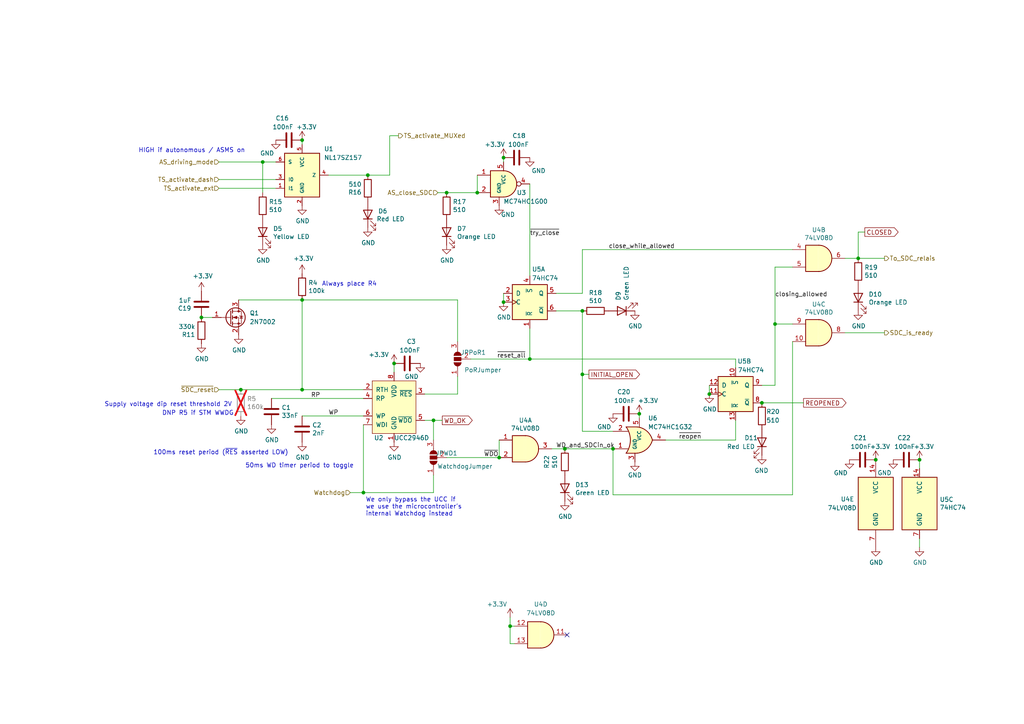
<source format=kicad_sch>
(kicad_sch (version 20230121) (generator eeschema)
  (paper "A4")
  (title_block (title "SDCL - Non-Programmable Logic") (date "2021-12-16") (rev "v1.0") (company "FaSTTUBe - Formula Student Team TU Berlin") (comment 1 "Car 113") (comment 2 "EBS Electronics") (comment 3 "Compliance for rule T 14.5.1 and T 14.5.2") (comment 4 "Hard-Wired logic for SDC relay latching and activation buttons"))
  (lib_symbols
    (symbol "74xx:74HC74" (pin_names (offset 1.016))
      (property "Reference" "U" (at -7.62 8.89 0))
      (property "Value" "74HC74" (at -7.62 -8.89 0))
      (symbol "74HC74_1_0"
        (pin input line (at 0 -7.62 90) (length 2.54) (name "~{R}") (number "1"))
        (pin input line (at -7.62 2.54 0) (length 2.54) (name "D") (number "2"))
        (pin input clock (at -7.62 0 0) (length 2.54) (name "C") (number "3"))
        (pin input line (at 0 7.62 270) (length 2.54) (name "~{S}") (number "4"))
        (pin output line (at 7.62 2.54 180) (length 2.54) (name "Q") (number "5"))
        (pin output line (at 7.62 -2.54 180) (length 2.54) (name "~{Q}") (number "6"))
      )
      (symbol "74HC74_1_1"
        (rectangle (start -5.08 5.08) (end 5.08 -5.08) (stroke (width 0.254)) (fill (type background)))
      )
      (symbol "74HC74_2_0"
        (pin input line (at 0 7.62 270) (length 2.54) (name "~{S}") (number "10"))
        (pin input clock (at -7.62 0 0) (length 2.54) (name "C") (number "11"))
        (pin input line (at -7.62 2.54 0) (length 2.54) (name "D") (number "12"))
        (pin input line (at 0 -7.62 90) (length 2.54) (name "~{R}") (number "13"))
        (pin output line (at 7.62 -2.54 180) (length 2.54) (name "~{Q}") (number "8"))
        (pin output line (at 7.62 2.54 180) (length 2.54) (name "Q") (number "9"))
      )
      (symbol "74HC74_2_1"
        (rectangle (start -5.08 5.08) (end 5.08 -5.08) (stroke (width 0.254)) (fill (type background)))
      )
      (symbol "74HC74_3_0"
        (pin power_in line (at 0 10.16 270) (length 2.54) (name "VCC") (number "14"))
        (pin power_in line (at 0 -10.16 90) (length 2.54) (name "GND") (number "7"))
      )
      (symbol "74HC74_3_1"
        (rectangle (start -5.08 7.62) (end 5.08 -7.62) (stroke (width 0.254)) (fill (type background)))
      )
    )
    (symbol "Custom:74LV08D" (pin_names (offset 1.016))
      (property "Reference" "U" (at 3.81 6.35 0))
      (property "Value" "74LV08D" (at 7.62 3.81 0))
      (symbol "74LV08D_1_1"
        (arc (start 0 -3.81) (mid 3.7934 0) (end 0 3.81) (stroke (width 0.254)) (fill (type background)))
        (polyline (pts (xy 0 3.81) (xy -3.81 3.81) (xy -3.81 -3.81) (xy 0 -3.81)) (stroke (width 0.254)) (fill (type background)))
        (pin input line (at -7.62 2.54 0) (length 3.81) (name "~") (number "1"))
        (pin input line (at -7.62 -2.54 0) (length 3.81) (name "~") (number "2"))
        (pin output line (at 7.62 0 180) (length 3.81) (name "~") (number "3"))
      )
      (symbol "74LV08D_1_2"
        (arc (start -3.81 -3.81) (mid -2.589 0) (end -3.81 3.81) (stroke (width 0.254)))
        (arc (start -0.6096 -3.81) (mid 2.1842 -2.5851) (end 3.81 0) (stroke (width 0.254)) (fill (type background)))
        (polyline (pts (xy -3.81 -3.81) (xy -0.635 -3.81)) (stroke (width 0.254)) (fill (type background)))
        (polyline (pts (xy -3.81 3.81) (xy -0.635 3.81)) (stroke (width 0.254)) (fill (type background)))
        (polyline (pts (xy -0.635 3.81) (xy -3.81 3.81) (xy -3.81 3.81) (xy -3.556 3.4036) (xy -3.0226 2.2606) (xy -2.6924 1.0414) (xy -2.6162 -0.254) (xy -2.7686 -1.4986) (xy -3.175 -2.7178) (xy -3.81 -3.81) (xy -3.81 -3.81) (xy -0.635 -3.81)) (stroke (width -25.4)) (fill (type background)))
        (arc (start 3.81 0) (mid 2.1915 2.5936) (end -0.6096 3.81) (stroke (width 0.254)) (fill (type background)))
        (pin input inverted (at -7.62 2.54 0) (length 4.318) (name "~") (number "1"))
        (pin input inverted (at -7.62 -2.54 0) (length 4.318) (name "~") (number "2"))
        (pin output inverted (at 7.62 0 180) (length 3.81) (name "~") (number "3"))
      )
      (symbol "74LV08D_2_1"
        (arc (start 0 -3.81) (mid 3.7934 0) (end 0 3.81) (stroke (width 0.254)) (fill (type background)))
        (polyline (pts (xy 0 3.81) (xy -3.81 3.81) (xy -3.81 -3.81) (xy 0 -3.81)) (stroke (width 0.254)) (fill (type background)))
        (pin input line (at -7.62 2.54 0) (length 3.81) (name "~") (number "4"))
        (pin input line (at -7.62 -2.54 0) (length 3.81) (name "~") (number "5"))
        (pin output line (at 7.62 0 180) (length 3.81) (name "~") (number "6"))
      )
      (symbol "74LV08D_2_2"
        (arc (start -3.81 -3.81) (mid -2.589 0) (end -3.81 3.81) (stroke (width 0.254)))
        (arc (start -0.6096 -3.81) (mid 2.1842 -2.5851) (end 3.81 0) (stroke (width 0.254)) (fill (type background)))
        (polyline (pts (xy -3.81 -3.81) (xy -0.635 -3.81)) (stroke (width 0.254)) (fill (type background)))
        (polyline (pts (xy -3.81 3.81) (xy -0.635 3.81)) (stroke (width 0.254)) (fill (type background)))
        (polyline (pts (xy -0.635 3.81) (xy -3.81 3.81) (xy -3.81 3.81) (xy -3.556 3.4036) (xy -3.0226 2.2606) (xy -2.6924 1.0414) (xy -2.6162 -0.254) (xy -2.7686 -1.4986) (xy -3.175 -2.7178) (xy -3.81 -3.81) (xy -3.81 -3.81) (xy -0.635 -3.81)) (stroke (width -25.4)) (fill (type background)))
        (arc (start 3.81 0) (mid 2.1915 2.5936) (end -0.6096 3.81) (stroke (width 0.254)) (fill (type background)))
        (pin input inverted (at -7.62 2.54 0) (length 4.318) (name "~") (number "4"))
        (pin input inverted (at -7.62 -2.54 0) (length 4.318) (name "~") (number "5"))
        (pin output inverted (at 7.62 0 180) (length 3.81) (name "~") (number "6"))
      )
      (symbol "74LV08D_3_1"
        (arc (start 0 -3.81) (mid 3.7934 0) (end 0 3.81) (stroke (width 0.254)) (fill (type background)))
        (polyline (pts (xy 0 3.81) (xy -3.81 3.81) (xy -3.81 -3.81) (xy 0 -3.81)) (stroke (width 0.254)) (fill (type background)))
        (pin input line (at -7.62 -2.54 0) (length 3.81) (name "~") (number "10"))
        (pin output line (at 7.62 0 180) (length 3.81) (name "~") (number "8"))
        (pin input line (at -7.62 2.54 0) (length 3.81) (name "~") (number "9"))
      )
      (symbol "74LV08D_3_2"
        (arc (start -3.81 -3.81) (mid -2.589 0) (end -3.81 3.81) (stroke (width 0.254)))
        (arc (start -0.6096 -3.81) (mid 2.1842 -2.5851) (end 3.81 0) (stroke (width 0.254)) (fill (type background)))
        (polyline (pts (xy -3.81 -3.81) (xy -0.635 -3.81)) (stroke (width 0.254)) (fill (type background)))
        (polyline (pts (xy -3.81 3.81) (xy -0.635 3.81)) (stroke (width 0.254)) (fill (type background)))
        (polyline (pts (xy -0.635 3.81) (xy -3.81 3.81) (xy -3.81 3.81) (xy -3.556 3.4036) (xy -3.0226 2.2606) (xy -2.6924 1.0414) (xy -2.6162 -0.254) (xy -2.7686 -1.4986) (xy -3.175 -2.7178) (xy -3.81 -3.81) (xy -3.81 -3.81) (xy -0.635 -3.81)) (stroke (width -25.4)) (fill (type background)))
        (arc (start 3.81 0) (mid 2.1915 2.5936) (end -0.6096 3.81) (stroke (width 0.254)) (fill (type background)))
        (pin input inverted (at -7.62 -2.54 0) (length 4.318) (name "~") (number "10"))
        (pin output inverted (at 7.62 0 180) (length 3.81) (name "~") (number "8"))
        (pin input inverted (at -7.62 2.54 0) (length 4.318) (name "~") (number "9"))
      )
      (symbol "74LV08D_4_1"
        (arc (start 0 -3.81) (mid 3.7934 0) (end 0 3.81) (stroke (width 0.254)) (fill (type background)))
        (polyline (pts (xy 0 3.81) (xy -3.81 3.81) (xy -3.81 -3.81) (xy 0 -3.81)) (stroke (width 0.254)) (fill (type background)))
        (pin output line (at 7.62 0 180) (length 3.81) (name "~") (number "11"))
        (pin input line (at -7.62 2.54 0) (length 3.81) (name "~") (number "12"))
        (pin input line (at -7.62 -2.54 0) (length 3.81) (name "~") (number "13"))
      )
      (symbol "74LV08D_4_2"
        (arc (start -3.81 -3.81) (mid -2.589 0) (end -3.81 3.81) (stroke (width 0.254)))
        (arc (start -0.6096 -3.81) (mid 2.1842 -2.5851) (end 3.81 0) (stroke (width 0.254)) (fill (type background)))
        (polyline (pts (xy -3.81 -3.81) (xy -0.635 -3.81)) (stroke (width 0.254)) (fill (type background)))
        (polyline (pts (xy -3.81 3.81) (xy -0.635 3.81)) (stroke (width 0.254)) (fill (type background)))
        (polyline (pts (xy -0.635 3.81) (xy -3.81 3.81) (xy -3.81 3.81) (xy -3.556 3.4036) (xy -3.0226 2.2606) (xy -2.6924 1.0414) (xy -2.6162 -0.254) (xy -2.7686 -1.4986) (xy -3.175 -2.7178) (xy -3.81 -3.81) (xy -3.81 -3.81) (xy -0.635 -3.81)) (stroke (width -25.4)) (fill (type background)))
        (arc (start 3.81 0) (mid 2.1915 2.5936) (end -0.6096 3.81) (stroke (width 0.254)) (fill (type background)))
        (pin output inverted (at 7.62 0 180) (length 3.81) (name "~") (number "11"))
        (pin input inverted (at -7.62 2.54 0) (length 4.318) (name "~") (number "12"))
        (pin input inverted (at -7.62 -2.54 0) (length 4.318) (name "~") (number "13"))
      )
      (symbol "74LV08D_5_0"
        (pin power_in line (at 0 12.7 270) (length 5.08) (name "VCC") (number "14"))
        (pin power_in line (at 0 -12.7 90) (length 5.08) (name "GND") (number "7"))
      )
      (symbol "74LV08D_5_1"
        (rectangle (start -5.08 7.62) (end 5.08 -7.62) (stroke (width 0.254)) (fill (type background)))
      )
    )
    (symbol "Custom:MC74HC1G00" (pin_names (offset 1.016))
      (property "Reference" "U" (at 1.27 7.62 0))
      (property "Value" "MC74HC1G00" (at 7.62 5.08 0))
      (symbol "MC74HC1G00_1_1"
        (arc (start 0 -3.81) (mid 3.7934 0) (end 0 3.81) (stroke (width 0.254)) (fill (type background)))
        (polyline (pts (xy 0 3.81) (xy -3.81 3.81) (xy -3.81 -3.81) (xy 0 -3.81)) (stroke (width 0.254)) (fill (type background)))
        (pin input line (at -7.62 2.54 0) (length 3.81) (name "~") (number "1"))
        (pin input line (at -7.62 -2.54 0) (length 3.81) (name "~") (number "2"))
        (pin power_in line (at -1.27 -6.35 90) (length 2.54) (name "GND") (number "3"))
        (pin output inverted (at 7.62 0 180) (length 3.81) (name "~") (number "4"))
        (pin power_in line (at 0 6.35 270) (length 2.54) (name "VCC") (number "5"))
      )
      (symbol "MC74HC1G00_1_2"
        (arc (start -3.81 -3.81) (mid -2.589 0) (end -3.81 3.81) (stroke (width 0.254)))
        (arc (start -0.6096 -3.81) (mid 2.1842 -2.5851) (end 3.81 0) (stroke (width 0.254)) (fill (type background)))
        (polyline (pts (xy -3.81 -3.81) (xy -0.635 -3.81)) (stroke (width 0.254)) (fill (type background)))
        (polyline (pts (xy -3.81 3.81) (xy -0.635 3.81)) (stroke (width 0.254)) (fill (type background)))
        (polyline (pts (xy -0.635 3.81) (xy -3.81 3.81) (xy -3.81 3.81) (xy -3.556 3.4036) (xy -3.0226 2.2606) (xy -2.6924 1.0414) (xy -2.6162 -0.254) (xy -2.7686 -1.4986) (xy -3.175 -2.7178) (xy -3.81 -3.81) (xy -3.81 -3.81) (xy -0.635 -3.81)) (stroke (width -25.4)) (fill (type background)))
        (arc (start 3.81 0) (mid 2.1915 2.5936) (end -0.6096 3.81) (stroke (width 0.254)) (fill (type background)))
        (pin input inverted (at -7.62 2.54 0) (length 4.318) (name "~") (number "1"))
        (pin input inverted (at -7.62 -2.54 0) (length 4.318) (name "~") (number "2"))
        (pin output line (at 7.62 0 180) (length 3.81) (name "~") (number "3"))
      )
    )
    (symbol "Custom:MC74HC1G32" (pin_names (offset 1.016))
      (property "Reference" "U6" (at 2.54 6.35 0))
      (property "Value" "MC74HC1G32" (at 2.54 3.81 0))
      (symbol "MC74HC1G32_1_1"
        (arc (start -3.81 -3.81) (mid -2.589 0) (end -3.81 3.81) (stroke (width 0.254)))
        (arc (start -0.6096 -3.81) (mid 2.1842 -2.5851) (end 3.81 0) (stroke (width 0.254)) (fill (type background)))
        (polyline (pts (xy -3.81 -3.81) (xy -0.635 -3.81)) (stroke (width 0.254)) (fill (type background)))
        (polyline (pts (xy -3.81 3.81) (xy -0.635 3.81)) (stroke (width 0.254)) (fill (type background)))
        (polyline (pts (xy -0.635 3.81) (xy -3.81 3.81) (xy -3.81 3.81) (xy -3.556 3.4036) (xy -3.0226 2.2606) (xy -2.6924 1.0414) (xy -2.6162 -0.254) (xy -2.7686 -1.4986) (xy -3.175 -2.7178) (xy -3.81 -3.81) (xy -3.81 -3.81) (xy -0.635 -3.81)) (stroke (width -25.4)) (fill (type background)))
        (arc (start 3.81 0) (mid 2.1915 2.5936) (end -0.6096 3.81) (stroke (width 0.254)) (fill (type background)))
        (pin input line (at -7.62 -2.54 0) (length 4.318) (name "~") (number "1"))
        (pin input line (at -7.62 2.54 0) (length 4.318) (name "~") (number "2"))
        (pin power_in line (at -1.27 -6.35 90) (length 2.54) (name "GND") (number "3"))
        (pin output line (at 7.62 0 180) (length 3.81) (name "~") (number "4"))
        (pin power_in line (at 0 6.35 270) (length 2.54) (name "VCC") (number "5"))
      )
      (symbol "MC74HC1G32_1_2"
        (arc (start 0 -3.81) (mid 3.7934 0) (end 0 3.81) (stroke (width 0.254)) (fill (type background)))
        (polyline (pts (xy 0 3.81) (xy -3.81 3.81) (xy -3.81 -3.81) (xy 0 -3.81)) (stroke (width 0.254)) (fill (type background)))
        (pin input inverted (at -7.62 2.54 0) (length 3.81) (name "~") (number "1"))
        (pin input inverted (at -7.62 -2.54 0) (length 3.81) (name "~") (number "2"))
        (pin output inverted (at 7.62 0 180) (length 3.81) (name "~") (number "3"))
      )
    )
    (symbol "Custom:NL17SZ157" (pin_names (offset 1.016))
      (property "Reference" "U" (at 0 15.24 0))
      (property "Value" "NL17SZ157" (at 0 12.7 0))
      (symbol "NL17SZ157_1_1"
        (rectangle (start -5.08 6.35) (end 5.08 -6.35) (stroke (width 0.254)) (fill (type background)))
        (pin input line (at -7.62 -3.81 0) (length 2.54) (name "I1") (number "1"))
        (pin power_in line (at 0 -8.89 90) (length 2.54) (name "GND") (number "2"))
        (pin input line (at -7.62 -1.27 0) (length 2.54) (name "I0") (number "3"))
        (pin output line (at 7.62 0 180) (length 2.54) (name "Z") (number "4"))
        (pin power_in line (at 0 8.89 270) (length 2.54) (name "VCC") (number "5"))
        (pin input line (at -7.62 3.81 0) (length 2.54) (name "S") (number "6"))
      )
    )
    (symbol "Custom:UCC2946" (pin_names (offset 1.016))
      (property "Reference" "U" (at 0 15.24 0))
      (property "Value" "UCC2946" (at 0 12.7 0))
      (symbol "UCC2946_0_1"
        (rectangle (start -6.35 7.62) (end 6.35 -7.62) (fill (type background)))
      )
      (symbol "UCC2946_1_1"
        (pin power_in line (at 0 -10.16 90) (length 2.54) (name "GND") (number "1"))
        (pin input line (at -8.89 5.08 0) (length 2.54) (name "RTH") (number "2"))
        (pin input line (at 8.89 3.81 180) (length 2.54) (name "~{RES}") (number "3"))
        (pin input line (at -8.89 2.54 0) (length 2.54) (name "RP") (number "4"))
        (pin input line (at 8.89 -3.81 180) (length 2.54) (name "~{WDO}") (number "5"))
        (pin input line (at -8.89 -2.54 0) (length 2.54) (name "WP") (number "6"))
        (pin input line (at -8.89 -5.08 0) (length 2.54) (name "WDI") (number "7"))
        (pin power_in line (at 0 10.16 270) (length 2.54) (name "VDD") (number "8"))
      )
    )
    (symbol "Device:C" (pin_numbers hide) (pin_names (offset 0.254))
      (property "Reference" "C" (at 0.635 2.54 0))
      (property "Value" "C" (at 0.635 -2.54 0))
      (symbol "C_0_1"
        (polyline (pts (xy -2.032 -0.762) (xy 2.032 -0.762)) (stroke (width 0.508)))
        (polyline (pts (xy -2.032 0.762) (xy 2.032 0.762)) (stroke (width 0.508)))
      )
      (symbol "C_1_1"
        (pin passive line (at 0 3.81 270) (length 2.794) (name "~") (number "1"))
        (pin passive line (at 0 -3.81 90) (length 2.794) (name "~") (number "2"))
      )
    )
    (symbol "Device:LED" (pin_numbers hide) (pin_names (offset 1.016) hide)
      (property "Reference" "D" (at 0 2.54 0))
      (property "Value" "LED" (at 0 -2.54 0))
      (symbol "LED_0_1"
        (polyline (pts (xy -1.27 -1.27) (xy -1.27 1.27)) (stroke (width 0.254)))
        (polyline (pts (xy -1.27 0) (xy 1.27 0)))
        (polyline (pts (xy 1.27 -1.27) (xy 1.27 1.27) (xy -1.27 0) (xy 1.27 -1.27)) (stroke (width 0.254)))
        (polyline (pts (xy -3.048 -0.762) (xy -4.572 -2.286) (xy -3.81 -2.286) (xy -4.572 -2.286) (xy -4.572 -1.524)))
        (polyline (pts (xy -1.778 -0.762) (xy -3.302 -2.286) (xy -2.54 -2.286) (xy -3.302 -2.286) (xy -3.302 -1.524)))
      )
      (symbol "LED_1_1"
        (pin passive line (at -3.81 0 0) (length 2.54) (name "K") (number "1"))
        (pin passive line (at 3.81 0 180) (length 2.54) (name "A") (number "2"))
      )
    )
    (symbol "Device:Q_NMOS_GSD" (pin_names (offset 0) hide)
      (property "Reference" "Q" (at 5.08 1.27 0))
      (property "Value" "Q_NMOS_GSD" (at 5.08 -1.27 0))
      (symbol "Q_NMOS_GSD_0_1"
        (polyline (pts (xy 0.254 0) (xy -2.54 0)))
        (polyline (pts (xy 0.254 1.905) (xy 0.254 -1.905)) (stroke (width 0.254)))
        (polyline (pts (xy 0.762 -1.27) (xy 0.762 -2.286)) (stroke (width 0.254)))
        (polyline (pts (xy 0.762 0.508) (xy 0.762 -0.508)) (stroke (width 0.254)))
        (polyline (pts (xy 0.762 2.286) (xy 0.762 1.27)) (stroke (width 0.254)))
        (polyline (pts (xy 2.54 2.54) (xy 2.54 1.778)))
        (polyline (pts (xy 2.54 -2.54) (xy 2.54 0) (xy 0.762 0)))
        (polyline (pts (xy 0.762 -1.778) (xy 3.302 -1.778) (xy 3.302 1.778) (xy 0.762 1.778)))
        (polyline (pts (xy 1.016 0) (xy 2.032 0.381) (xy 2.032 -0.381) (xy 1.016 0)) (fill (type outline)))
        (polyline (pts (xy 2.794 0.508) (xy 2.921 0.381) (xy 3.683 0.381) (xy 3.81 0.254)))
        (polyline (pts (xy 3.302 0.381) (xy 2.921 -0.254) (xy 3.683 -0.254) (xy 3.302 0.381)))
        (circle (center 1.651 0) (radius 2.794) (stroke (width 0.254)))
        (circle (center 2.54 -1.778) (radius 0.254) (fill (type outline)))
        (circle (center 2.54 1.778) (radius 0.254) (fill (type outline)))
      )
      (symbol "Q_NMOS_GSD_1_1"
        (pin input line (at -5.08 0 0) (length 2.54) (name "G") (number "1"))
        (pin passive line (at 2.54 -5.08 90) (length 2.54) (name "S") (number "2"))
        (pin passive line (at 2.54 5.08 270) (length 2.54) (name "D") (number "3"))
      )
    )
    (symbol "Device:R" (pin_numbers hide) (pin_names (offset 0))
      (property "Reference" "R" (at 2.032 0 90))
      (property "Value" "R" (at 0 0 90))
      (symbol "R_0_1"
        (rectangle (start -1.016 -2.54) (end 1.016 2.54) (stroke (width 0.254)))
      )
      (symbol "R_1_1"
        (pin passive line (at 0 3.81 270) (length 1.27) (name "~") (number "1"))
        (pin passive line (at 0 -3.81 90) (length 1.27) (name "~") (number "2"))
      )
    )
    (symbol "Jumper:SolderJumper_3_Open" (pin_names (offset 0) hide)
      (property "Reference" "JP" (at -2.54 -2.54 0))
      (property "Value" "SolderJumper_3_Open" (at 0 2.794 0))
      (symbol "SolderJumper_3_Open_0_1"
        (arc (start -1.016 1.016) (mid -2.0276 0) (end -1.016 -1.016))
        (arc (start -1.016 1.016) (mid -2.0276 0) (end -1.016 -1.016) (fill (type outline)))
        (rectangle (start -0.508 1.016) (end 0.508 -1.016) (fill (type outline)))
        (polyline (pts (xy -2.54 0) (xy -2.032 0)))
        (polyline (pts (xy -1.016 1.016) (xy -1.016 -1.016)))
        (polyline (pts (xy 0 -1.27) (xy 0 -1.016)))
        (polyline (pts (xy 1.016 1.016) (xy 1.016 -1.016)))
        (polyline (pts (xy 2.54 0) (xy 2.032 0)))
        (arc (start 1.016 -1.016) (mid 2.0276 0) (end 1.016 1.016))
        (arc (start 1.016 -1.016) (mid 2.0276 0) (end 1.016 1.016) (fill (type outline)))
      )
      (symbol "SolderJumper_3_Open_1_1"
        (pin passive line (at -5.08 0 0) (length 2.54) (name "A") (number "1"))
        (pin passive line (at 0 -3.81 90) (length 2.54) (name "C") (number "2"))
        (pin passive line (at 5.08 0 180) (length 2.54) (name "B") (number "3"))
      )
    )
    (symbol "power:+3.3V" (power) (pin_names (offset 0))
      (property "Value" "+3.3V" (at 0 3.556 0))
      (symbol "+3.3V_0_1"
        (polyline (pts (xy -0.762 1.27) (xy 0 2.54)))
        (polyline (pts (xy 0 0) (xy 0 2.54)))
        (polyline (pts (xy 0 2.54) (xy 0.762 1.27)))
      )
      (symbol "+3.3V_1_1"
        (pin power_in line (at 0 0 90) (length 0) hide (name "+3.3V") (number "1"))
      )
    )
    (symbol "power:GND" (power) (pin_names (offset 0))
      (property "Value" "GND" (at 0 -3.81 0))
      (symbol "GND_0_1"
        (polyline (pts (xy 0 0) (xy 0 -1.27) (xy 1.27 -1.27) (xy 0 -2.54) (xy -1.27 -1.27) (xy 0 -1.27)))
      )
      (symbol "GND_1_1"
        (pin power_in line (at 0 0 270) (length 0) hide (name "GND") (number "1"))
      )
    )
  )
  (junction (at 185.42 120.015))
  (junction (at 168.91 108.585))
  (junction (at 114.3 105.41))
  (junction (at 224.79 93.98))
  (junction (at 87.63 86.995))
  (junction (at 220.98 116.84))
  (junction (at 168.91 90.17))
  (junction (at 248.92 74.93))
  (junction (at 266.7 133.35))
  (junction (at 146.05 87.63))
  (junction (at 125.73 121.92))
  (junction (at 105.41 142.875))
  (junction (at 163.83 130.175))
  (junction (at 146.05 45.72))
  (junction (at 177.8 130.175))
  (junction (at 106.68 50.8))
  (junction (at 153.67 104.14))
  (junction (at 147.955 181.61))
  (junction (at 144.78 132.715))
  (junction (at 58.42 92.075))
  (junction (at 254 133.35))
  (junction (at 129.54 55.88))
  (junction (at 69.85 113.03))
  (junction (at 87.63 113.03))
  (junction (at 76.2 46.99))
  (junction (at 138.43 55.88))
  (junction (at 87.63 40.64))
  (junction (at 205.74 114.3))
  (no_connect (at 164.465 184.15))
  (wire (pts (xy 63.5 54.61) (xy 80.01 54.61)))
  (wire (pts (xy 245.11 96.52) (xy 256.54 96.52)))
  (wire (pts (xy 224.79 111.76) (xy 224.79 93.98)))
  (wire (pts (xy 161.29 85.09) (xy 168.91 85.09)))
  (wire (pts (xy 213.36 104.14) (xy 153.67 104.14)))
  (wire (pts (xy 128.27 121.92) (xy 125.73 121.92)))
  (wire (pts (xy 127 55.88) (xy 129.54 55.88)))
  (wire (pts (xy 113.03 39.37) (xy 115.57 39.37)))
  (wire (pts (xy 153.67 53.34) (xy 153.67 80.01)))
  (wire (pts (xy 87.63 40.64) (xy 87.63 41.91)))
  (wire (pts (xy 168.91 108.585) (xy 168.91 125.095)))
  (wire (pts (xy 69.85 113.03) (xy 87.63 113.03)))
  (wire (pts (xy 132.715 99.06) (xy 132.715 86.995)))
  (wire (pts (xy 250.825 67.31) (xy 248.92 67.31)))
  (wire (pts (xy 224.79 93.98) (xy 224.79 77.47)))
  (wire (pts (xy 123.19 114.3) (xy 132.715 114.3)))
  (wire (pts (xy 106.68 50.8) (xy 113.03 50.8)))
  (wire (pts (xy 125.73 127.635) (xy 125.73 121.92)))
  (wire (pts (xy 63.5 46.99) (xy 76.2 46.99)))
  (wire (pts (xy 224.79 77.47) (xy 229.87 77.47)))
  (wire (pts (xy 136.525 104.14) (xy 153.67 104.14)))
  (wire (pts (xy 129.54 55.88) (xy 138.43 55.88)))
  (wire (pts (xy 213.36 127.635) (xy 213.36 121.92)))
  (wire (pts (xy 76.2 46.99) (xy 76.2 55.88)))
  (wire (pts (xy 125.73 137.795) (xy 125.73 142.875)))
  (wire (pts (xy 168.91 90.17) (xy 161.29 90.17)))
  (wire (pts (xy 163.83 130.175) (xy 177.8 130.175)))
  (wire (pts (xy 95.25 50.8) (xy 106.68 50.8)))
  (wire (pts (xy 185.42 120.015) (xy 185.42 121.285)))
  (wire (pts (xy 168.91 90.17) (xy 168.91 108.585)))
  (wire (pts (xy 213.36 104.14) (xy 213.36 106.68)))
  (wire (pts (xy 144.78 127.635) (xy 144.78 132.715)))
  (wire (pts (xy 63.5 113.03) (xy 69.85 113.03)))
  (wire (pts (xy 266.7 135.89) (xy 266.7 133.35)))
  (wire (pts (xy 78.74 115.57) (xy 105.41 115.57)))
  (wire (pts (xy 193.04 127.635) (xy 213.36 127.635)))
  (wire (pts (xy 58.42 92.075) (xy 61.595 92.075)))
  (wire (pts (xy 177.8 143.51) (xy 177.8 130.175)))
  (wire (pts (xy 114.3 105.41) (xy 114.3 107.95)))
  (wire (pts (xy 129.54 132.715) (xy 144.78 132.715)))
  (wire (pts (xy 153.67 95.25) (xy 153.67 104.14)))
  (wire (pts (xy 168.91 72.39) (xy 168.91 85.09)))
  (wire (pts (xy 123.19 121.92) (xy 125.73 121.92)))
  (wire (pts (xy 220.98 116.84) (xy 233.045 116.84)))
  (wire (pts (xy 87.63 86.995) (xy 87.63 113.03)))
  (wire (pts (xy 220.98 111.76) (xy 224.79 111.76)))
  (wire (pts (xy 125.73 142.875) (xy 105.41 142.875)))
  (wire (pts (xy 266.7 158.75) (xy 266.7 156.21)))
  (wire (pts (xy 160.02 130.175) (xy 163.83 130.175)))
  (wire (pts (xy 248.92 74.93) (xy 256.54 74.93)))
  (wire (pts (xy 101.6 142.875) (xy 105.41 142.875)))
  (wire (pts (xy 147.955 181.61) (xy 147.955 186.69)))
  (wire (pts (xy 146.05 45.72) (xy 146.05 46.99)))
  (wire (pts (xy 147.955 179.07) (xy 147.955 181.61)))
  (wire (pts (xy 147.955 181.61) (xy 149.225 181.61)))
  (wire (pts (xy 87.63 86.995) (xy 69.215 86.995)))
  (wire (pts (xy 63.5 52.07) (xy 80.01 52.07)))
  (wire (pts (xy 168.91 125.095) (xy 177.8 125.095)))
  (wire (pts (xy 205.74 111.76) (xy 205.74 114.3)))
  (wire (pts (xy 248.92 67.31) (xy 248.92 74.93)))
  (wire (pts (xy 146.05 85.09) (xy 146.05 87.63)))
  (wire (pts (xy 138.43 50.8) (xy 138.43 55.88)))
  (wire (pts (xy 87.63 113.03) (xy 105.41 113.03)))
  (wire (pts (xy 113.03 39.37) (xy 113.03 50.8)))
  (wire (pts (xy 229.87 93.98) (xy 224.79 93.98)))
  (wire (pts (xy 168.91 72.39) (xy 229.87 72.39)))
  (wire (pts (xy 105.41 142.875) (xy 105.41 123.19)))
  (wire (pts (xy 132.715 109.22) (xy 132.715 114.3)))
  (wire (pts (xy 147.955 186.69) (xy 149.225 186.69)))
  (wire (pts (xy 76.2 46.99) (xy 80.01 46.99)))
  (wire (pts (xy 168.91 108.585) (xy 170.815 108.585)))
  (wire (pts (xy 245.11 74.93) (xy 248.92 74.93)))
  (wire (pts (xy 229.87 99.06) (xy 229.87 143.51)))
  (wire (pts (xy 87.63 86.995) (xy 132.715 86.995)))
  (wire (pts (xy 229.87 143.51) (xy 177.8 143.51)))
  (wire (pts (xy 87.63 120.65) (xy 105.41 120.65)))
  (text "Supply voltage dip reset threshold 2V" (at 67.31 118.11 0) (effects (font (size 1.27 1.27)) (justify right bottom)))
  (text "100ms reset period (~{RES} asserted LOW)" (at 44.45 132.08 0) (effects (font (size 1.27 1.27)) (justify left bottom)))
  (text "50ms WD timer period to toggle" (at 71.12 135.89 0) (effects (font (size 1.27 1.27)) (justify left bottom)))
  (text "Always place R4" (at 93.345 83.185 0) (effects (font (size 1.27 1.27)) (justify left bottom)))
  (text "HIGH if autonomous / ASMS on" (at 71.12 44.45 0) (effects (font (size 1.27 1.27)) (justify right bottom)))
  (text "We only bypass the UCC if\nwe use the microcontroller's\ninternal Watchdog instead\n" (at 106.045 149.86 0) (effects (font (size 1.27 1.27)) (justify left bottom)))
  (text "DNP R5 if STM WWDG" (at 46.99 120.65 0) (effects (font (size 1.27 1.27)) (justify left bottom)))
  (label "~{reopen}" (at 196.85 127.635 0))
  (label "WP" (at 95.25 120.65 0))
  (label "WD_and_SDCin_ok" (at 161.29 130.175 0))
  (label "close_while_allowed" (at 176.53 72.39 0))
  (label "~{reset_all}" (at 144.145 104.14 0))
  (label "closing_allowed" (at 224.79 86.36 0))
  (label "~{WDO}" (at 140.335 132.715 0))
  (label "RP" (at 90.17 115.57 0))
  (label "~{try_close}" (at 153.67 68.58 0))
  (global_label "WD_OK" (shape output) (at 128.27 121.92 0) (property "Intersheetrefs" "${INTERSHEET_REFS}" (effects hide)))
  (global_label "CLOSED" (shape output) (at 250.825 67.31 0) (property "Intersheetrefs" "${INTERSHEET_REFS}" (effects hide)))
  (global_label "INITIAL_OPEN" (shape output) (at 170.815 108.585 0) (property "Intersheetrefs" "${INTERSHEET_REFS}" (effects hide)))
  (global_label "REOPENED" (shape output) (at 233.045 116.84 0) (property "Intersheetrefs" "${INTERSHEET_REFS}" (effects hide)))
  (hierarchical_label "TS_activate_dash" (shape input) (at 63.5 52.07 180))
  (hierarchical_label "~{SDC_reset}" (shape input) (at 63.5 113.03 180))
  (hierarchical_label "AS_close_SDC" (shape input) (at 127 55.88 180))
  (hierarchical_label "SDC_is_ready" (shape output) (at 256.54 96.52 0))
  (hierarchical_label "TS_activate_MUXed" (shape output) (at 115.57 39.37 0))
  (hierarchical_label "AS_driving_mode" (shape input) (at 63.5 46.99 180))
  (hierarchical_label "TS_activate_ext" (shape input) (at 63.5 54.61 180))
  (hierarchical_label "Watchdog" (shape input) (at 101.6 142.875 180))
  (hierarchical_label "To_SDC_relais" (shape output) (at 256.54 74.93 0))
  (symbol (lib_id "Device:C") (at 78.74 119.38 0) (unit 1)
    (property "Reference" "C1" (at 81.661 118.2116 0) (effects (justify left)))
    (property "Value" "33nF" (at 81.661 120.523 0) (effects (justify left)))
    (property "Footprint" "Capacitor_SMD:C_0603_1608Metric_Pad1.08x0.95mm_HandSolder" (effects hide))
  )
  (symbol (lib_id "Device:C") (at 87.63 124.46 0) (unit 1)
    (property "Reference" "C2" (at 90.551 123.2916 0) (effects (justify left)))
    (property "Value" "2nF" (at 90.551 125.603 0) (effects (justify left)))
    (property "Footprint" "Capacitor_SMD:C_0603_1608Metric_Pad1.08x0.95mm_HandSolder" (effects hide))
  )
  (symbol (lib_id "Custom:UCC2946") (at 114.3 118.11 0) (unit 1)
    (property "Reference" "U2" (at 109.855 127 0))
    (property "Value" "UCC2946D" (at 119.38 127 0))
    (property "Footprint" "Package_SO:SOIC-8_3.9x4.9mm_P1.27mm" (effects hide))
    (property "Datasheet" "https://www.ti.com/lit/ds/symlink/ucc2946.pdf" (effects hide))
  )
  (symbol (lib_id "Device:C") (at 118.11 105.41 90) (unit 1)
    (property "Reference" "C3" (at 120.65 99.06 90) (effects (justify left)))
    (property "Value" "100nF" (at 121.92 101.6 90) (effects (justify left)))
    (property "Footprint" "Capacitor_SMD:C_0603_1608Metric_Pad1.08x0.95mm_HandSolder" (effects hide))
  )
  (symbol (lib_id "Device:R") (at 69.85 116.84 0) (unit 1) (dnp yes)
    (property "Reference" "R5" (at 71.628 115.6716 0) (effects (justify left)))
    (property "Value" "160k" (at 71.628 117.983 0) (effects (justify left)))
    (property "Footprint" "Resistor_SMD:R_0603_1608Metric_Pad0.98x0.95mm_HandSolder" (effects hide))
  )
  (symbol (lib_id "Device:R") (at 87.63 83.185 0) (unit 1)
    (property "Reference" "R4" (at 89.408 82.0166 0) (effects (justify left)))
    (property "Value" "100k" (at 89.408 84.328 0) (effects (justify left)))
    (property "Footprint" "Resistor_SMD:R_0603_1608Metric_Pad0.98x0.95mm_HandSolder" (effects hide))
  )
  (symbol (lib_id "Custom:MC74HC1G00") (at 146.05 53.34 0) (unit 1)
    (property "Reference" "U3" (at 149.86 55.88 0) (effects (justify left)))
    (property "Value" "MC74HC1G00" (at 146.05 58.42 0) (effects (justify left)))
    (property "Footprint" "Package_TO_SOT_SMD:SOT-23-5_HandSoldering" (effects hide))
    (property "Datasheet" "http://www.ti.com/lit/gpn/sn74ls00" (effects hide))
  )
  (symbol (lib_id "power:GND") (at 144.78 59.69 0) (unit 1)
    (property "Reference" "#PWR0122" (effects hide))
    (property "Value" "GND" (at 147.32 62.23 0))
  )
  (symbol (lib_id "Custom:MC74HC1G32") (at 185.42 127.635 0) (unit 1)
    (property "Reference" "U6" (at 187.96 121.285 0) (effects (justify left)))
    (property "Value" "MC74HC1G32" (at 187.96 123.825 0) (effects (justify left)))
    (property "Footprint" "Package_TO_SOT_SMD:SOT-23-5_HandSoldering" (effects hide))
    (property "Datasheet" "https://www.mouser.de/datasheet/2/308/1/MC74HC1G32_D-2315545.pdf" (effects hide))
  )
  (symbol (lib_id "power:GND") (at 184.15 133.985 0) (unit 1)
    (property "Reference" "#PWR0124" (effects hide))
    (property "Value" "GND" (at 184.15 137.795 0))
  )
  (symbol (lib_id "power:+3.3V") (at 185.42 120.015 0) (unit 1)
    (property "Reference" "#PWR0125" (effects hide))
    (property "Value" "+3.3V" (at 187.96 116.205 0))
  )
  (symbol (lib_id "power:GND") (at 121.92 105.41 0) (unit 1)
    (property "Reference" "#PWR0112" (effects hide))
    (property "Value" "GND" (at 119.38 109.22 0))
  )
  (symbol (lib_id "Custom:74LV08D") (at 152.4 130.175 0) (unit 1)
    (property "Reference" "U4" (at 152.4 121.92 0))
    (property "Value" "74LV08D" (at 152.4 124.2314 0))
    (property "Footprint" "Package_SO:SOIC-14_3.9x8.7mm_P1.27mm" (effects hide))
    (property "Datasheet" "https://www.mouser.de/datasheet/2/916/74LV08-1388983.pdf" (effects hide))
  )
  (symbol (lib_id "power:GND") (at 87.63 128.27 0) (unit 1)
    (property "Reference" "#PWR0113" (effects hide))
    (property "Value" "GND" (at 87.757 132.6642 0))
  )
  (symbol (lib_id "Custom:74LV08D") (at 237.49 74.93 0) (unit 2)
    (property "Reference" "U4" (at 237.49 66.675 0))
    (property "Value" "74LV08D" (at 237.49 68.9864 0))
    (property "Footprint" "Package_SO:SOIC-14_3.9x8.7mm_P1.27mm" (effects hide))
    (property "Datasheet" "https://www.mouser.de/datasheet/2/916/74LV08-1388983.pdf" (effects hide))
  )
  (symbol (lib_id "Custom:74LV08D") (at 237.49 96.52 0) (unit 3)
    (property "Reference" "U4" (at 237.49 88.265 0))
    (property "Value" "74LV08D" (at 237.49 90.5764 0))
    (property "Footprint" "Package_SO:SOIC-14_3.9x8.7mm_P1.27mm" (effects hide))
    (property "Datasheet" "https://www.mouser.de/datasheet/2/916/74LV08-1388983.pdf" (effects hide))
  )
  (symbol (lib_id "power:GND") (at 146.05 87.63 0) (unit 1)
    (property "Reference" "#PWR0115" (effects hide))
    (property "Value" "GND" (at 146.177 92.0242 0))
  )
  (symbol (lib_id "Custom:74LV08D") (at 254 146.05 0) (unit 5)
    (property "Reference" "U4" (at 243.84 144.78 0) (effects (justify left)))
    (property "Value" "74LV08D" (at 240.03 147.32 0) (effects (justify left)))
    (property "Footprint" "Package_SO:SOIC-14_3.9x8.7mm_P1.27mm" (effects hide))
    (property "Datasheet" "https://www.mouser.de/datasheet/2/916/74LV08-1388983.pdf" (effects hide))
  )
  (symbol (lib_id "power:GND") (at 205.74 114.3 0) (unit 1)
    (property "Reference" "#PWR0118" (effects hide))
    (property "Value" "GND" (at 205.867 118.6942 0))
  )
  (symbol (lib_id "power:+3.3V") (at 254 133.35 0) (unit 1)
    (property "Reference" "#PWR0126" (effects hide))
    (property "Value" "+3.3V" (at 255.27 129.54 0))
  )
  (symbol (lib_id "power:GND") (at 254 158.75 0) (unit 1)
    (property "Reference" "#PWR0127" (effects hide))
    (property "Value" "GND" (at 254.127 163.1442 0))
  )
  (symbol (lib_id "power:+3.3V") (at 114.3 105.41 0) (unit 1)
    (property "Reference" "#PWR0128" (effects hide))
    (property "Value" "+3.3V" (at 109.855 102.87 0))
  )
  (symbol (lib_id "power:+3.3V") (at 87.63 79.375 0) (unit 1)
    (property "Reference" "#PWR0129" (effects hide))
    (property "Value" "+3.3V" (at 88.011 74.9808 0))
  )
  (symbol (lib_id "power:GND") (at 69.85 120.65 0) (unit 1)
    (property "Reference" "#PWR0130" (effects hide))
    (property "Value" "GND" (at 69.977 125.0442 0))
  )
  (symbol (lib_id "power:GND") (at 78.74 123.19 0) (unit 1)
    (property "Reference" "#PWR0131" (effects hide))
    (property "Value" "GND" (at 78.867 127.5842 0))
  )
  (symbol (lib_id "Custom:NL17SZ157") (at 87.63 50.8 0) (unit 1)
    (property "Reference" "U1" (at 93.98 43.18 0) (effects (justify left)))
    (property "Value" "NL17SZ157" (at 93.98 45.72 0) (effects (justify left)))
    (property "Footprint" "Package_TO_SOT_SMD:SOT-23-6_Handsoldering" (effects hide))
    (property "Datasheet" "https://www.mouser.de/datasheet/2/308/1/NL17SZ157_D-2318109.pdf" (effects hide))
  )
  (symbol (lib_id "power:GND") (at 114.3 128.27 0) (unit 1)
    (property "Reference" "#PWR0132" (effects hide))
    (property "Value" "GND" (at 114.427 132.6642 0))
  )
  (symbol (lib_id "power:GND") (at 87.63 59.69 0) (unit 1)
    (property "Reference" "#PWR0116" (effects hide))
    (property "Value" "GND" (at 87.757 64.0842 0))
  )
  (symbol (lib_id "Device:LED") (at 248.92 86.36 90) (unit 1)
    (property "Reference" "D10" (at 251.9172 85.3694 90) (effects (justify right)))
    (property "Value" "Orange LED" (at 251.9172 87.6808 90) (effects (justify right)))
    (property "Footprint" "Diode_SMD:D_0603_1608Metric_Pad1.05x0.95mm_HandSolder" (effects hide))
  )
  (symbol (lib_id "Device:R") (at 248.92 78.74 0) (unit 1)
    (property "Reference" "R19" (at 250.698 77.5716 0) (effects (justify left)))
    (property "Value" "510" (at 250.698 79.883 0) (effects (justify left)))
    (property "Footprint" "Resistor_SMD:R_0603_1608Metric_Pad0.98x0.95mm_HandSolder" (effects hide))
  )
  (symbol (lib_id "power:GND") (at 248.92 90.17 0) (unit 1)
    (property "Reference" "#PWR0155" (effects hide))
    (property "Value" "GND" (at 249.047 94.5642 0))
  )
  (symbol (lib_id "Device:LED") (at 163.83 141.605 90) (unit 1)
    (property "Reference" "D13" (at 166.8272 140.6144 90) (effects (justify right)))
    (property "Value" "Green LED" (at 166.8272 142.9258 90) (effects (justify right)))
    (property "Footprint" "Diode_SMD:D_0603_1608Metric_Pad1.05x0.95mm_HandSolder" (effects hide))
  )
  (symbol (lib_id "Device:R") (at 163.83 133.985 180) (unit 1)
    (property "Reference" "R22" (at 158.5722 133.985 90))
    (property "Value" "510" (at 160.8836 133.985 90))
    (property "Footprint" "Resistor_SMD:R_0603_1608Metric_Pad0.98x0.95mm_HandSolder" (effects hide))
  )
  (symbol (lib_id "power:GND") (at 163.83 145.415 0) (unit 1)
    (property "Reference" "#PWR0163" (effects hide))
    (property "Value" "GND" (at 163.957 149.8092 0))
  )
  (symbol (lib_id "74xx:74HC74") (at 153.67 87.63 0) (unit 1)
    (property "Reference" "U5" (at 156.21 78.105 0))
    (property "Value" "74HC74" (at 158.115 80.645 0))
    (property "Footprint" "Package_SO:SOIC-14_3.9x8.7mm_P1.27mm" (effects hide))
    (property "Datasheet" "https://www.mouser.de/datasheet/2/916/74HC_HCT74-1319854.pdf" (effects hide))
  )
  (symbol (lib_id "Device:LED") (at 220.98 128.27 270) (mirror x) (unit 1)
    (property "Reference" "D11" (at 215.9 127 90) (effects (justify left)))
    (property "Value" "Red LED" (at 210.82 129.54 90) (effects (justify left)))
    (property "Footprint" "Diode_SMD:D_0603_1608Metric_Pad1.05x0.95mm_HandSolder" (effects hide))
  )
  (symbol (lib_id "Device:R") (at 220.98 120.65 0) (mirror y) (unit 1)
    (property "Reference" "R20" (at 222.25 119.38 0) (effects (justify right)))
    (property "Value" "510" (at 222.25 121.92 0) (effects (justify right)))
    (property "Footprint" "Resistor_SMD:R_0603_1608Metric_Pad0.98x0.95mm_HandSolder" (effects hide))
  )
  (symbol (lib_id "power:GND") (at 220.98 132.08 0) (mirror y) (unit 1)
    (property "Reference" "#PWR0157" (effects hide))
    (property "Value" "GND" (at 220.853 136.4742 0))
  )
  (symbol (lib_id "74xx:74HC74") (at 213.36 114.3 0) (unit 2)
    (property "Reference" "U5" (at 215.9 104.775 0))
    (property "Value" "74HC74" (at 217.805 107.315 0))
    (property "Footprint" "Package_SO:SOIC-14_3.9x8.7mm_P1.27mm" (effects hide))
    (property "Datasheet" "https://www.mouser.de/datasheet/2/916/74HC_HCT74-1319854.pdf" (effects hide))
  )
  (symbol (lib_id "74xx:74HC74") (at 266.7 146.05 0) (unit 3)
    (property "Reference" "U5" (at 272.542 144.8816 0) (effects (justify left)))
    (property "Value" "74HC74" (at 272.542 147.193 0) (effects (justify left)))
    (property "Footprint" "Package_SO:SOIC-14_3.9x8.7mm_P1.27mm" (effects hide))
    (property "Datasheet" "https://www.mouser.de/datasheet/2/916/74HC_HCT74-1319854.pdf" (effects hide))
  )
  (symbol (lib_id "Device:C") (at 250.19 133.35 90) (unit 1)
    (property "Reference" "C21" (at 251.46 127 90) (effects (justify left)))
    (property "Value" "100nF" (at 252.73 129.54 90) (effects (justify left)))
    (property "Footprint" "Capacitor_SMD:C_0603_1608Metric_Pad1.08x0.95mm_HandSolder" (effects hide))
  )
  (symbol (lib_id "power:GND") (at 246.38 133.35 0) (unit 1)
    (property "Reference" "#PWR0117" (effects hide))
    (property "Value" "GND" (at 243.84 137.16 0))
  )
  (symbol (lib_id "Device:LED") (at 180.34 90.17 180) (unit 1)
    (property "Reference" "D9" (at 179.3494 87.1728 90) (effects (justify right)))
    (property "Value" "Green LED" (at 181.6608 87.1728 90) (effects (justify right)))
    (property "Footprint" "Diode_SMD:D_0603_1608Metric_Pad1.05x0.95mm_HandSolder" (effects hide))
  )
  (symbol (lib_id "Device:R") (at 172.72 90.17 90) (unit 1)
    (property "Reference" "R18" (at 172.72 84.9122 90))
    (property "Value" "510" (at 172.72 87.2236 90))
    (property "Footprint" "Resistor_SMD:R_0603_1608Metric_Pad0.98x0.95mm_HandSolder" (effects hide))
  )
  (symbol (lib_id "power:GND") (at 184.15 90.17 0) (unit 1)
    (property "Reference" "#PWR0158" (effects hide))
    (property "Value" "GND" (at 184.277 94.5642 0))
  )
  (symbol (lib_id "Device:C") (at 262.89 133.35 90) (unit 1)
    (property "Reference" "C22" (at 264.16 127 90) (effects (justify left)))
    (property "Value" "100nF" (at 265.43 129.54 90) (effects (justify left)))
    (property "Footprint" "Capacitor_SMD:C_0603_1608Metric_Pad1.08x0.95mm_HandSolder" (effects hide))
  )
  (symbol (lib_id "power:GND") (at 259.08 133.35 0) (unit 1)
    (property "Reference" "#PWR0123" (effects hide))
    (property "Value" "GND" (at 256.54 137.16 0))
  )
  (symbol (lib_id "power:GND") (at 266.7 158.75 0) (unit 1)
    (property "Reference" "#PWR0119" (effects hide))
    (property "Value" "GND" (at 266.827 163.1442 0))
  )
  (symbol (lib_id "power:+3.3V") (at 266.7 133.35 0) (unit 1)
    (property "Reference" "#PWR0120" (effects hide))
    (property "Value" "+3.3V" (at 267.97 129.54 0))
  )
  (symbol (lib_id "Device:C") (at 181.61 120.015 90) (unit 1)
    (property "Reference" "C20" (at 182.88 113.665 90) (effects (justify left)))
    (property "Value" "100nF" (at 184.15 116.205 90) (effects (justify left)))
    (property "Footprint" "Capacitor_SMD:C_0603_1608Metric_Pad1.08x0.95mm_HandSolder" (effects hide))
  )
  (symbol (lib_id "power:GND") (at 177.8 120.015 0) (unit 1)
    (property "Reference" "#PWR0150" (effects hide))
    (property "Value" "GND" (at 175.26 123.825 0))
  )
  (symbol (lib_id "power:+3.3V") (at 146.05 45.72 0) (mirror y) (unit 1)
    (property "Reference" "#PWR0151" (effects hide))
    (property "Value" "+3.3V" (at 143.51 41.91 0))
  )
  (symbol (lib_id "Device:C") (at 149.86 45.72 270) (mirror x) (unit 1)
    (property "Reference" "C18" (at 148.59 39.37 90) (effects (justify left)))
    (property "Value" "100nF" (at 147.32 41.91 90) (effects (justify left)))
    (property "Footprint" "Capacitor_SMD:C_0603_1608Metric_Pad1.08x0.95mm_HandSolder" (effects hide))
  )
  (symbol (lib_id "power:GND") (at 153.67 45.72 0) (mirror y) (unit 1)
    (property "Reference" "#PWR0152" (effects hide))
    (property "Value" "GND" (at 156.21 49.53 0))
  )
  (symbol (lib_id "power:+3.3V") (at 87.63 40.64 0) (unit 1)
    (property "Reference" "#PWR0153" (effects hide))
    (property "Value" "+3.3V" (at 88.9 36.83 0))
  )
  (symbol (lib_id "Device:C") (at 83.82 40.64 90) (unit 1)
    (property "Reference" "C16" (at 83.82 34.29 90) (effects (justify left)))
    (property "Value" "100nF" (at 85.09 36.83 90) (effects (justify left)))
    (property "Footprint" "Capacitor_SMD:C_0603_1608Metric_Pad1.08x0.95mm_HandSolder" (effects hide))
  )
  (symbol (lib_id "power:GND") (at 80.01 40.64 0) (unit 1)
    (property "Reference" "#PWR0154" (effects hide))
    (property "Value" "GND" (at 77.47 44.45 0))
  )
  (symbol (lib_id "Device:LED") (at 76.2 67.31 90) (unit 1)
    (property "Reference" "D5" (at 79.1972 66.3194 90) (effects (justify right)))
    (property "Value" "Yellow LED" (at 79.1972 68.6308 90) (effects (justify right)))
    (property "Footprint" "Diode_SMD:D_0603_1608Metric_Pad1.05x0.95mm_HandSolder" (effects hide))
  )
  (symbol (lib_id "Device:R") (at 76.2 59.69 0) (unit 1)
    (property "Reference" "R15" (at 77.978 58.5216 0) (effects (justify left)))
    (property "Value" "510" (at 77.978 60.833 0) (effects (justify left)))
    (property "Footprint" "Resistor_SMD:R_0603_1608Metric_Pad0.98x0.95mm_HandSolder" (effects hide))
  )
  (symbol (lib_id "power:GND") (at 76.2 71.12 0) (unit 1)
    (property "Reference" "#PWR0159" (effects hide))
    (property "Value" "GND" (at 76.327 75.5142 0))
  )
  (symbol (lib_id "Device:LED") (at 129.54 67.31 90) (unit 1)
    (property "Reference" "D7" (at 132.5372 66.3194 90) (effects (justify right)))
    (property "Value" "Orange LED" (at 132.5372 68.6308 90) (effects (justify right)))
    (property "Footprint" "Diode_SMD:D_0603_1608Metric_Pad1.05x0.95mm_HandSolder" (effects hide))
  )
  (symbol (lib_id "Device:R") (at 129.54 59.69 0) (unit 1)
    (property "Reference" "R17" (at 131.318 58.5216 0) (effects (justify left)))
    (property "Value" "510" (at 131.318 60.833 0) (effects (justify left)))
    (property "Footprint" "Resistor_SMD:R_0603_1608Metric_Pad0.98x0.95mm_HandSolder" (effects hide))
  )
  (symbol (lib_id "power:GND") (at 129.54 71.12 0) (unit 1)
    (property "Reference" "#PWR0160" (effects hide))
    (property "Value" "GND" (at 129.667 75.5142 0))
  )
  (symbol (lib_id "Device:LED") (at 106.68 62.23 90) (unit 1)
    (property "Reference" "D6" (at 109.6772 61.2394 90) (effects (justify right)))
    (property "Value" "Red LED" (at 109.22 63.5 90) (effects (justify right)))
    (property "Footprint" "Diode_SMD:D_0603_1608Metric_Pad1.05x0.95mm_HandSolder" (effects hide))
  )
  (symbol (lib_id "Device:R") (at 106.68 54.61 180) (unit 1)
    (property "Reference" "R16" (at 104.902 55.7784 0) (effects (justify left)))
    (property "Value" "510" (at 104.902 53.467 0) (effects (justify left)))
    (property "Footprint" "Resistor_SMD:R_0603_1608Metric_Pad0.98x0.95mm_HandSolder" (effects hide))
  )
  (symbol (lib_id "power:GND") (at 106.68 66.04 0) (unit 1)
    (property "Reference" "#PWR0161" (effects hide))
    (property "Value" "GND" (at 106.807 70.4342 0))
  )
  (symbol (lib_id "Custom:74LV08D") (at 156.845 184.15 0) (unit 4)
    (property "Reference" "U4" (at 156.845 175.26 0))
    (property "Value" "74LV08D" (at 156.845 177.8 0))
    (property "Datasheet" "https://www.mouser.de/datasheet/2/916/74LV08-1388983.pdf" (effects hide))
  )
  (symbol (lib_id "power:GND") (at 69.215 97.155 0) (unit 1)
    (property "Reference" "#PWR09" (effects hide))
    (property "Value" "GND" (at 69.342 101.5492 0))
  )
  (symbol (lib_id "Jumper:SolderJumper_3_Open") (at 125.73 132.715 90) (unit 1)
    (property "Reference" "JPWD1" (at 132.715 131.445 90) (effects (justify left)))
    (property "Value" "WatchdogJumper" (at 142.875 135.255 90) (effects (justify left)))
    (property "Footprint" "Jumper:SolderJumper-3_P1.3mm_Open_RoundedPad1.0x1.5mm" (effects hide))
  )
  (symbol (lib_id "Device:Q_NMOS_GSD") (at 66.675 92.075 0) (unit 1)
    (property "Reference" "Q1" (at 72.39 90.8049 0) (effects (justify left)))
    (property "Value" "2N7002" (at 72.39 93.3449 0) (effects (justify left)))
    (property "Footprint" "Package_TO_SOT_SMD:SOT-23" (effects hide))
  )
  (symbol (lib_id "power:GND") (at 58.42 99.695 0) (unit 1)
    (property "Reference" "#PWR07" (effects hide))
    (property "Value" "GND" (at 58.547 104.0892 0))
  )
  (symbol (lib_id "power:+3.3V") (at 58.42 84.455 0) (unit 1)
    (property "Reference" "#PWR06" (effects hide))
    (property "Value" "+3.3V" (at 58.801 80.0608 0))
  )
  (symbol (lib_id "Device:R") (at 58.42 95.885 180) (unit 1)
    (property "Reference" "R11" (at 56.642 97.0534 0) (effects (justify left)))
    (property "Value" "330k" (at 56.642 94.742 0) (effects (justify left)))
    (property "Footprint" "Resistor_SMD:R_0603_1608Metric_Pad0.98x0.95mm_HandSolder" (effects hide))
  )
  (symbol (lib_id "power:+3.3V") (at 147.955 179.07 0) (unit 1)
    (property "Reference" "#PWR0121" (effects hide))
    (property "Value" "+3.3V" (at 144.145 175.26 0))
  )
  (symbol (lib_id "Device:C") (at 58.42 88.265 180) (unit 1)
    (property "Reference" "C19" (at 55.499 89.4334 0) (effects (justify left)))
    (property "Value" "1uF" (at 55.499 87.122 0) (effects (justify left)))
    (property "Footprint" "Capacitor_SMD:C_0603_1608Metric_Pad1.08x0.95mm_HandSolder" (effects hide))
  )
  (symbol (lib_id "Jumper:SolderJumper_3_Open") (at 132.715 104.14 90) (unit 1)
    (property "Reference" "JPPoR1" (at 140.97 102.235 90) (effects (justify left)))
    (property "Value" "PoRJumper" (at 145.415 107.315 90) (effects (justify left)))
    (property "Footprint" "Jumper:SolderJumper-3_P1.3mm_Open_RoundedPad1.0x1.5mm" (effects hide))
  )
)
</source>
